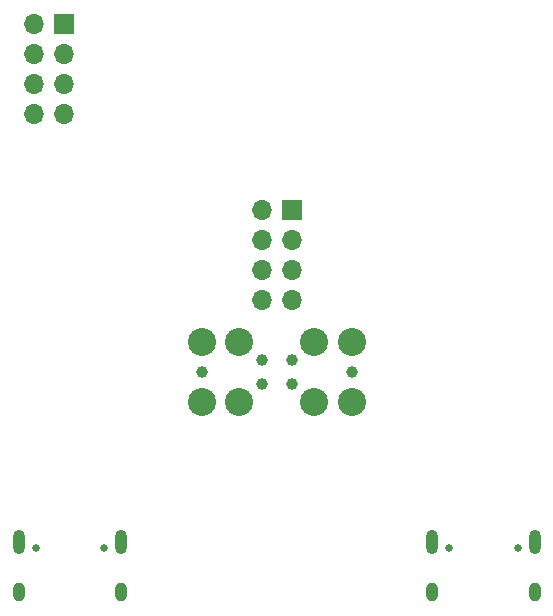
<source format=gbr>
%TF.GenerationSoftware,KiCad,Pcbnew,8.0.8*%
%TF.CreationDate,2025-03-21T10:35:36+01:00*%
%TF.ProjectId,RF_HID_module_test,52465f48-4944-45f6-9d6f-64756c655f74,rev?*%
%TF.SameCoordinates,Original*%
%TF.FileFunction,Soldermask,Bot*%
%TF.FilePolarity,Negative*%
%FSLAX46Y46*%
G04 Gerber Fmt 4.6, Leading zero omitted, Abs format (unit mm)*
G04 Created by KiCad (PCBNEW 8.0.8) date 2025-03-21 10:35:36*
%MOMM*%
%LPD*%
G01*
G04 APERTURE LIST*
%ADD10R,1.700000X1.700000*%
%ADD11O,1.700000X1.700000*%
%ADD12C,0.650000*%
%ADD13O,1.000000X2.100000*%
%ADD14O,1.000000X1.600000*%
%ADD15C,2.374900*%
%ADD16C,0.990600*%
G04 APERTURE END LIST*
D10*
%TO.C,J4*%
X142000000Y-98000000D03*
D11*
X139459994Y-97999999D03*
X141999999Y-100540006D03*
X139460000Y-100540000D03*
X142000000Y-103080000D03*
X139459998Y-103080000D03*
X142000000Y-105620000D03*
X139460001Y-105620000D03*
%TD*%
D12*
%TO.C,J6*%
X139610000Y-142395000D03*
X145390000Y-142395000D03*
D13*
X138180000Y-141895000D03*
D14*
X138180000Y-146075000D03*
D13*
X146820000Y-141895000D03*
D14*
X146820000Y-146075000D03*
%TD*%
D10*
%TO.C,J2*%
X161250000Y-113750000D03*
D11*
X158709996Y-113749998D03*
X161249998Y-116290004D03*
X158710000Y-116290000D03*
X161250000Y-118830000D03*
X158709999Y-118829998D03*
X161250000Y-121370000D03*
X158710001Y-121370000D03*
%TD*%
D15*
%TO.C,J5*%
X153660000Y-124960000D03*
D16*
X153660000Y-127500000D03*
D15*
X153660000Y-130040000D03*
X156835000Y-124960000D03*
X156835000Y-130040000D03*
D16*
X158740000Y-126484000D03*
X158740000Y-128516000D03*
%TD*%
D12*
%TO.C,J7*%
X174610000Y-142395000D03*
X180390000Y-142395000D03*
D13*
X173180000Y-141895000D03*
D14*
X173180000Y-146075000D03*
D13*
X181820000Y-141895000D03*
D14*
X181820000Y-146075000D03*
%TD*%
D16*
%TO.C,J3*%
X166340003Y-127500001D03*
D15*
X166340000Y-130040000D03*
X166340000Y-124960000D03*
X163164999Y-130040000D03*
X163164999Y-124960000D03*
D16*
X161259998Y-128516002D03*
X161259998Y-126483999D03*
%TD*%
M02*

</source>
